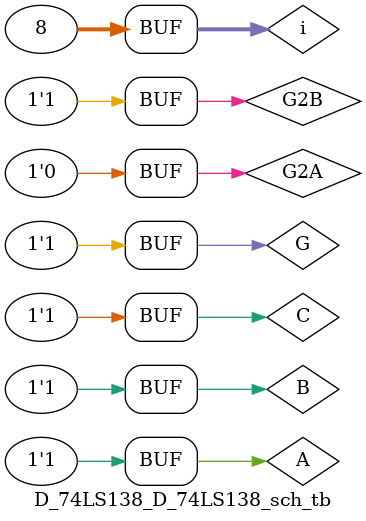
<source format=v>

`timescale 1ns / 1ps

module D_74LS138_D_74LS138_sch_tb();

// Inputs
   reg A;
   reg B;
   reg C;
   reg G2A;
   reg G2B;
   reg G;

// Output
   wire [7:0] Y;

// Bidirs

// Instantiate the UUT
   D_74LS138 UUT (
		.A(A), 
		.B(B), 
		.C(C), 
		.G2A(G2A), 
		.G2B(G2B), 
		.G(G), 
		.Y(Y)
   );
// Initialize Inputs
	integer i;
	initial begin
		C = 0;
		B = 0;
		A = 0;
		
		G = 1;
		G2A = 0;
		G2B = 0;
		#50;

		for (i=0; i<=7;i=i+1) begin
			{C,B,A} = i;
		#50;
		end
 G = 0;
	 G2A = 0;
 G2B = 0;
		#50;
		
		 G = 1;
	 G2A = 1;
		 G2B = 0;
		#50;
		
	 G = 1;
	 G2A = 0;
		 G2B = 1;
		#50;		
	end

endmodule

</source>
